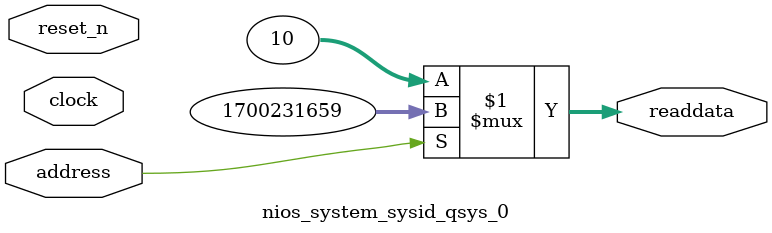
<source format=v>



// synthesis translate_off
`timescale 1ns / 1ps
// synthesis translate_on

// turn off superfluous verilog processor warnings 
// altera message_level Level1 
// altera message_off 10034 10035 10036 10037 10230 10240 10030 

module nios_system_sysid_qsys_0 (
               // inputs:
                address,
                clock,
                reset_n,

               // outputs:
                readdata
             )
;

  output  [ 31: 0] readdata;
  input            address;
  input            clock;
  input            reset_n;

  wire    [ 31: 0] readdata;
  //control_slave, which is an e_avalon_slave
  assign readdata = address ? 1700231659 : 10;

endmodule



</source>
